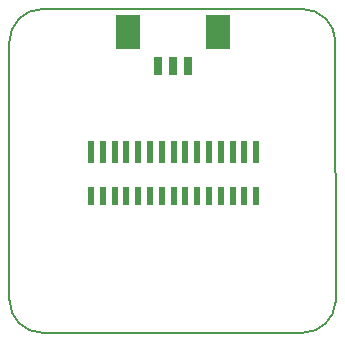
<source format=gbr>
%TF.GenerationSoftware,KiCad,Pcbnew,5.1.12-84ad8e8a86~92~ubuntu18.04.1*%
%TF.CreationDate,2024-08-09T12:32:27+07:00*%
%TF.ProjectId,framos_FSM_IMX_2LANE_Jetson_Adapter,6672616d-6f73-45f4-9653-4d5f494d585f,rev?*%
%TF.SameCoordinates,Original*%
%TF.FileFunction,Paste,Bot*%
%TF.FilePolarity,Positive*%
%FSLAX46Y46*%
G04 Gerber Fmt 4.6, Leading zero omitted, Abs format (unit mm)*
G04 Created by KiCad (PCBNEW 5.1.12-84ad8e8a86~92~ubuntu18.04.1) date 2024-08-09 12:32:27*
%MOMM*%
%LPD*%
G01*
G04 APERTURE LIST*
%TA.AperFunction,Profile*%
%ADD10C,0.200000*%
%TD*%
%ADD11R,2.100000X3.000000*%
%ADD12R,0.800000X1.600000*%
%ADD13R,0.600000X1.850000*%
%ADD14R,0.600000X1.650000*%
G04 APERTURE END LIST*
D10*
X136475000Y-52525000D02*
X136493537Y-74564288D01*
X136493537Y-74564288D02*
G75*
G02*
X133725000Y-77150000I-2768537J189288D01*
G01*
X111650000Y-77150000D02*
G75*
G02*
X108875000Y-74375000I0J2775000D01*
G01*
X133700000Y-49750000D02*
G75*
G02*
X136475000Y-52525000I0J-2775000D01*
G01*
X108875000Y-52525000D02*
G75*
G02*
X111650000Y-49750000I2775000J0D01*
G01*
X108875000Y-74375000D02*
X108875000Y-52525000D01*
X133725000Y-77150000D02*
X111650000Y-77150000D01*
X111650000Y-49750000D02*
X133700000Y-49750000D01*
D11*
%TO.C,P1*%
X126548040Y-51664280D03*
X118948040Y-51664280D03*
D12*
X123998040Y-54564280D03*
X122748040Y-54564280D03*
X121498040Y-54564280D03*
%TD*%
D13*
%TO.C,J2*%
X115773440Y-61840760D03*
D14*
X115773440Y-65590760D03*
D13*
X116773440Y-61840760D03*
X117773440Y-61840760D03*
X118773440Y-61840760D03*
X119773440Y-61840760D03*
X120773440Y-61840760D03*
X121773440Y-61840760D03*
X122773440Y-61840760D03*
X123773440Y-61840760D03*
X124773440Y-61840760D03*
X125773440Y-61840760D03*
X126773440Y-61840760D03*
X127773440Y-61840760D03*
X128773440Y-61840760D03*
X129773440Y-61840760D03*
D14*
X116773440Y-65590760D03*
X117773440Y-65590760D03*
X118773440Y-65590760D03*
X119773440Y-65590760D03*
X120773440Y-65590760D03*
X121773440Y-65590760D03*
X122773440Y-65590760D03*
X123773440Y-65590760D03*
X124773440Y-65590760D03*
X125773440Y-65590760D03*
X126773440Y-65590760D03*
X127773440Y-65590760D03*
X128773440Y-65590760D03*
X129773440Y-65590760D03*
%TD*%
M02*

</source>
